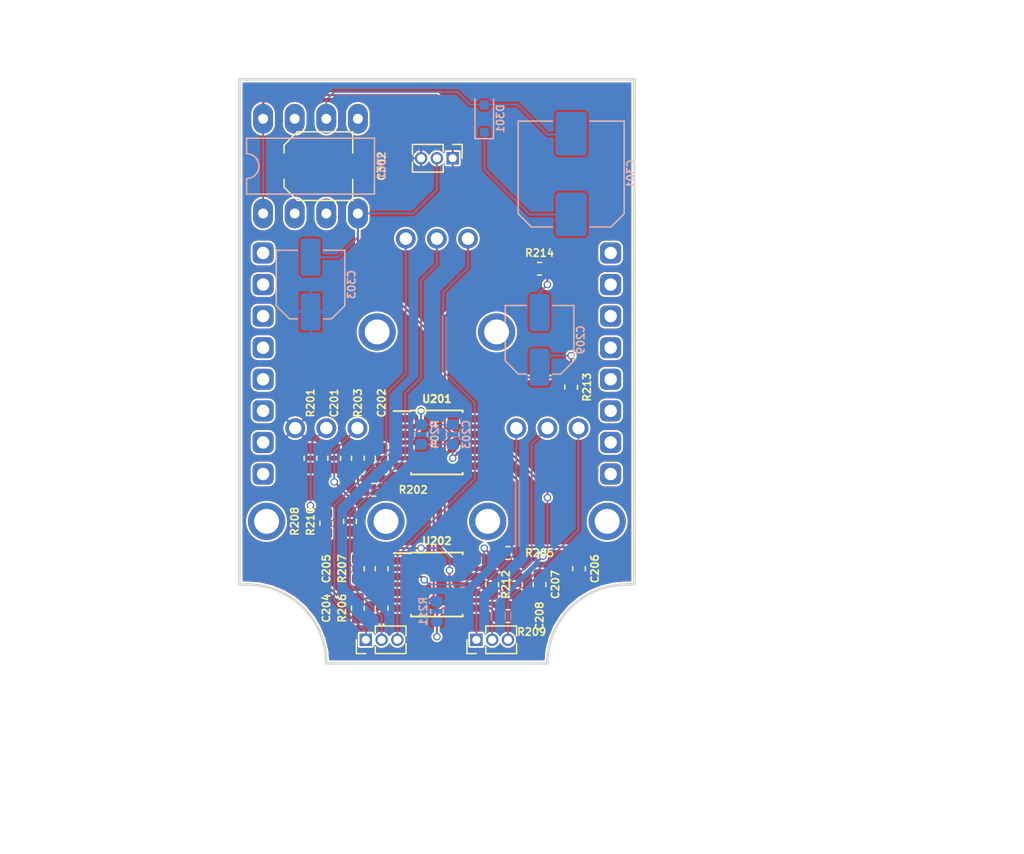
<source format=kicad_pcb>
(kicad_pcb (version 20171130) (host pcbnew "(5.0.2)-1")
  (layers (0 F.Cu signal) (31 B.Cu signal) (34 B.Paste user) (35 F.Paste user) (36 B.SilkS user) (37 F.SilkS user) (38 B.Mask user) (39 F.Mask user) (44 Edge.Cuts user))
  (net 0 "")
  (net 1 GND)
  (net 2 "Net-(C201-Pad1)")
  (net 3 "/Main Section/FX_IN")
  (net 4 "Net-(C203-Pad1)")
  (net 5 "Net-(C203-Pad2)")
  (net 6 "Net-(C205-Pad2)")
  (net 7 "Net-(C204-Pad1)")
  (net 8 "/Main Section/LDR_IN")
  (net 9 "Net-(R208-Pad2)")
  (net 10 "Net-(R210-Pad2)")
  (net 11 "Net-(C207-Pad1)")
  (net 12 "Net-(R209-Pad1)")
  (net 13 "Net-(C208-Pad1)")
  (net 14 "Net-(C209-Pad2)")
  (net 15 "/Main Section/FX_OUT")
  (net 16 "Net-(C206-Pad1)")
  (net 17 "Net-(C202-Pad1)")
  (net 18 VEE)
  (net 19 VDD)
  (net 20 "Net-(U201-Pad8)")
  (net 21 "Net-(U201-Pad5)")
  (net 22 "Net-(U201-Pad1)")
  (net 23 "Net-(C302-Pad1)")
  (net 24 "Net-(J301-Pad6)")
  (net 25 "Net-(C301-Pad2)")
  (net 26 "Net-(J301-Pad7)")
  (net 27 "Net-(C302-Pad2)")
  (net 28 VCC)
  (net 29 "/Main Section/LDR_OUT")
  (net 30 "Net-(J202-Pad1)")
  (net 31 "Net-(J202-Pad2)")
  (net 32 "Net-(J202-Pad3)")
  (net 33 "Net-(J202-Pad4)")
  (net 34 "Net-(J202-Pad5)")
  (net 35 "Net-(J202-Pad6)")
  (net 36 "Net-(J202-Pad7)")
  (net 37 "Net-(J202-Pad8)")
  (net 38 "Net-(J201-Pad8)")
  (net 39 "Net-(J201-Pad7)")
  (net 40 "Net-(J201-Pad6)")
  (net 41 "Net-(J201-Pad5)")
  (net 42 "Net-(J201-Pad4)")
  (net 43 "Net-(J201-Pad3)")
  (net 44 "Net-(J201-Pad2)")
  (net 45 "Net-(J201-Pad1)")
  (net 46 "Net-(J203-Pad2)")
  (net 47 "Net-(J203-Pad3)")
  (net 48 "Net-(J203-Pad1)")
  (net 49 "Net-(J204-Pad1)")
  (net 50 "Net-(J204-Pad3)")
  (net 51 "Net-(J204-Pad2)")
  (module Connector_PinHeader_1.27mm:PinHeader_1x03_P1.27mm_Vertical (layer F.Cu) (at 118.11 64.135 270)
    (fp_text reference J208 hide)
    (fp_text value Conn_01x03)
    (fp_line (start -1.11 3.235) (end -0.30753 3.235) (layer F.SilkS) (width 0.12))
    (fp_line (start 0.30753 3.235) (end 1.11 3.235) (layer F.SilkS) (width 0.12))
    (fp_line (start -1.11 0.76) (end -1.11 3.235) (layer F.SilkS) (width 0.12))
    (fp_line (start 1.11 0.76) (end 1.11 3.235) (layer F.SilkS) (width 0.12))
    (fp_line (start -1.11 0.76) (end -0.563471 0.76) (layer F.SilkS) (width 0.12))
    (fp_line (start 0.563471 0.76) (end 1.11 0.76) (layer F.SilkS) (width 0.12))
    (fp_line (start -1.11 0) (end -1.11 -0.76) (layer F.SilkS) (width 0.12))
    (fp_line (start -1.11 -0.76) (end 0 -0.76) (layer F.SilkS) (width 0.12))
    (pad 1 thru_hole rect (at 0 0 270) (size 1 1) (drill 0.65) (layers *.Cu *.Mask) (net 19 VDD))
    (pad 2 thru_hole oval (at 0 1.27 270) (size 1 1) (drill 0.65) (layers *.Cu *.Mask) (net 18 VEE))
    (pad 3 thru_hole oval (at 0 2.54 270) (size 1 1) (drill 0.65) (layers *.Cu *.Mask) (net 1 GND))
  )
  (module Connector_PinHeader_1.27mm:PinHeader_1x03_P1.27mm_Vertical (layer F.Cu) (at 111.125 102.87 90)
    (fp_text reference J204 hide)
    (fp_text value Conn_01x03)
    (fp_line (start -1.11 -0.76) (end 0 -0.76) (layer F.SilkS) (width 0.12))
    (fp_line (start -1.11 0) (end -1.11 -0.76) (layer F.SilkS) (width 0.12))
    (fp_line (start 0.563471 0.76) (end 1.11 0.76) (layer F.SilkS) (width 0.12))
    (fp_line (start -1.11 0.76) (end -0.563471 0.76) (layer F.SilkS) (width 0.12))
    (fp_line (start 1.11 0.76) (end 1.11 3.235) (layer F.SilkS) (width 0.12))
    (fp_line (start -1.11 0.76) (end -1.11 3.235) (layer F.SilkS) (width 0.12))
    (fp_line (start 0.30753 3.235) (end 1.11 3.235) (layer F.SilkS) (width 0.12))
    (fp_line (start -1.11 3.235) (end -0.30753 3.235) (layer F.SilkS) (width 0.12))
    (pad 3 thru_hole oval (at 0 2.54 90) (size 1 1) (drill 0.65) (layers *.Cu *.Mask) (net 50 "Net-(J204-Pad3)"))
    (pad 2 thru_hole oval (at 0 1.27 90) (size 1 1) (drill 0.65) (layers *.Cu *.Mask) (net 51 "Net-(J204-Pad2)"))
    (pad 1 thru_hole rect (at 0 0 90) (size 1 1) (drill 0.65) (layers *.Cu *.Mask) (net 49 "Net-(J204-Pad1)"))
  )
  (module Connector_PinHeader_1.27mm:PinHeader_1x03_P1.27mm_Vertical (layer F.Cu) (at 120.015 102.87 90)
    (fp_text reference J203 hide)
    (fp_text value Conn_01x03)
    (fp_line (start -1.11 3.235) (end -0.30753 3.235) (layer F.SilkS) (width 0.12))
    (fp_line (start 0.30753 3.235) (end 1.11 3.235) (layer F.SilkS) (width 0.12))
    (fp_line (start -1.11 0.76) (end -1.11 3.235) (layer F.SilkS) (width 0.12))
    (fp_line (start 1.11 0.76) (end 1.11 3.235) (layer F.SilkS) (width 0.12))
    (fp_line (start -1.11 0.76) (end -0.563471 0.76) (layer F.SilkS) (width 0.12))
    (fp_line (start 0.563471 0.76) (end 1.11 0.76) (layer F.SilkS) (width 0.12))
    (fp_line (start -1.11 0) (end -1.11 -0.76) (layer F.SilkS) (width 0.12))
    (fp_line (start -1.11 -0.76) (end 0 -0.76) (layer F.SilkS) (width 0.12))
    (pad 1 thru_hole rect (at 0 0 90) (size 1 1) (drill 0.65) (layers *.Cu *.Mask) (net 48 "Net-(J203-Pad1)"))
    (pad 2 thru_hole oval (at 0 1.27 90) (size 1 1) (drill 0.65) (layers *.Cu *.Mask) (net 46 "Net-(J203-Pad2)"))
    (pad 3 thru_hole oval (at 0 2.54 90) (size 1 1) (drill 0.65) (layers *.Cu *.Mask) (net 47 "Net-(J203-Pad3)"))
  )
  (module SA_Packages:DIP-8_W7.62mm_Socketed (layer B.Cu) (at 106.68 64.77 270)
    (fp_text reference J301 (at 0 -5.715 90) (layer B.SilkS) (effects (font (size 0.6 0.6) (thickness 0.127)) (justify mirror)))
    (fp_text value 1044)
    (fp_line (start 2.25 5.14) (end 1 5.14) (layer B.SilkS) (width 0.12))
    (fp_line (start 2.25 -5.14) (end 2.25 5.14) (layer B.SilkS) (width 0.12))
    (fp_line (start -2.25 -5.14) (end 2.25 -5.14) (layer B.SilkS) (width 0.12))
    (fp_line (start -2.25 5.14) (end -2.25 -5.14) (layer B.SilkS) (width 0.12))
    (fp_line (start -1 5.14) (end -2.25 5.14) (layer B.SilkS) (width 0.12))
    (fp_arc (start 0 5.14) (end -1 5.14) (angle 180) (layer B.SilkS) (width 0.12))
    (pad 8 thru_hole oval (at 3.81 3.81 270) (size 2.4 1.6) (drill 0.8) (layers *.Cu *.Mask) (net 19 VDD))
    (pad 4 thru_hole oval (at -3.81 -3.81 270) (size 2.4 1.6) (drill 0.8) (layers *.Cu *.Mask) (net 27 "Net-(C302-Pad2)"))
    (pad 7 thru_hole oval (at 3.81 1.27 270) (size 2.4 1.6) (drill 0.8) (layers *.Cu *.Mask) (net 26 "Net-(J301-Pad7)"))
    (pad 3 thru_hole oval (at -3.81 -1.27 270) (size 2.4 1.6) (drill 0.8) (layers *.Cu *.Mask) (net 25 "Net-(C301-Pad2)"))
    (pad 6 thru_hole oval (at 3.81 -1.27 270) (size 2.4 1.6) (drill 0.8) (layers *.Cu *.Mask) (net 24 "Net-(J301-Pad6)"))
    (pad 2 thru_hole oval (at -3.81 1.27 270) (size 2.4 1.6) (drill 0.8) (layers *.Cu *.Mask) (net 23 "Net-(C302-Pad1)"))
    (pad 5 thru_hole oval (at 3.81 -3.81 270) (size 2.4 1.6) (drill 0.8) (layers *.Cu *.Mask) (net 18 VEE))
    (pad 1 thru_hole oval (at -3.81 3.81 270) (size 2.4 1.6) (drill 0.8) (layers *.Cu *.Mask) (net 19 VDD))
  )
  (module SA_Potentiometers_THT:Alpha_Taiwan_RD901F-40 (layer B.Cu) (at 116.84 78.105)
    (fp_text reference RV203)
    (fp_text value B10k)
    (pad 1 thru_hole circle (at -2.5 -7.5) (size 1.6 1.6) (drill 1) (layers *.Cu *.Mask) (net 49 "Net-(J204-Pad1)"))
    (pad 3 thru_hole circle (at 2.5 -7.5) (size 1.6 1.6) (drill 1) (layers *.Cu *.Mask) (net 50 "Net-(J204-Pad3)"))
    (pad 2 thru_hole circle (at 0 -7.5) (size 1.6 1.6) (drill 1) (layers *.Cu *.Mask) (net 51 "Net-(J204-Pad2)"))
    (pad MH thru_hole circle (at 4.8 0) (size 3 3) (drill 2) (layers *.Cu *.Mask))
    (pad MH thru_hole circle (at -4.8 0) (size 3 3) (drill 2) (layers *.Cu *.Mask))
  )
  (module SA_Potentiometers_THT:Alpha_Taiwan_RD901F-40 (layer B.Cu) (at 125.73 93.345)
    (fp_text reference RV202)
    (fp_text value A25k)
    (pad 1 thru_hole circle (at -2.5 -7.5) (size 1.6 1.6) (drill 1) (layers *.Cu *.Mask) (net 48 "Net-(J203-Pad1)"))
    (pad 3 thru_hole circle (at 2.5 -7.5) (size 1.6 1.6) (drill 1) (layers *.Cu *.Mask) (net 47 "Net-(J203-Pad3)"))
    (pad 2 thru_hole circle (at 0 -7.5) (size 1.6 1.6) (drill 1) (layers *.Cu *.Mask) (net 46 "Net-(J203-Pad2)"))
    (pad MH thru_hole circle (at 4.8 0) (size 3 3) (drill 2) (layers *.Cu *.Mask))
    (pad MH thru_hole circle (at -4.8 0) (size 3 3) (drill 2) (layers *.Cu *.Mask))
  )
  (module SA_Connectors_Pin_Headers_THT:PinHeader_1x08_P2.54mm_Vertical_Top (layer F.Cu) (at 102.87 71.755)
    (fp_text reference J201 hide)
    (fp_text value Conn_01x08)
    (pad 8 thru_hole roundrect (at 0 17.78) (size 1.7 1.7) (drill 1) (layers *.Cu *.Mask) (net 38 "Net-(J201-Pad8)"))
    (pad 7 thru_hole roundrect (at 0 15.24) (size 1.7 1.7) (drill 1) (layers *.Cu *.Mask) (net 39 "Net-(J201-Pad7)"))
    (pad 6 thru_hole roundrect (at 0 12.7) (size 1.7 1.7) (drill 1) (layers *.Cu *.Mask) (net 40 "Net-(J201-Pad6)"))
    (pad 5 thru_hole roundrect (at 0 10.16) (size 1.7 1.7) (drill 1) (layers *.Cu *.Mask) (net 41 "Net-(J201-Pad5)"))
    (pad 4 thru_hole roundrect (at 0 7.62) (size 1.7 1.7) (drill 1) (layers *.Cu *.Mask) (net 42 "Net-(J201-Pad4)"))
    (pad 3 thru_hole roundrect (at 0 5.08) (size 1.7 1.7) (drill 1) (layers *.Cu *.Mask) (net 43 "Net-(J201-Pad3)"))
    (pad 2 thru_hole roundrect (at 0 2.54) (size 1.7 1.7) (drill 1) (layers *.Cu *.Mask) (net 44 "Net-(J201-Pad2)"))
    (pad 1 thru_hole roundrect (at 0 0) (size 1.7 1.7) (drill 1) (layers *.Cu *.Mask) (net 45 "Net-(J201-Pad1)"))
  )
  (module SA_Connectors_Pin_Headers_THT:PinHeader_1x08_P2.54mm_Vertical_Top (layer F.Cu) (at 130.81 71.755)
    (fp_text reference J202 hide)
    (fp_text value Conn_01x08)
    (pad 8 thru_hole roundrect (at 0 17.78) (size 1.7 1.7) (drill 1) (layers *.Cu *.Mask) (net 37 "Net-(J202-Pad8)"))
    (pad 7 thru_hole roundrect (at 0 15.24) (size 1.7 1.7) (drill 1) (layers *.Cu *.Mask) (net 36 "Net-(J202-Pad7)"))
    (pad 6 thru_hole roundrect (at 0 12.7) (size 1.7 1.7) (drill 1) (layers *.Cu *.Mask) (net 35 "Net-(J202-Pad6)"))
    (pad 5 thru_hole roundrect (at 0 10.16) (size 1.7 1.7) (drill 1) (layers *.Cu *.Mask) (net 34 "Net-(J202-Pad5)"))
    (pad 4 thru_hole roundrect (at 0 7.62) (size 1.7 1.7) (drill 1) (layers *.Cu *.Mask) (net 33 "Net-(J202-Pad4)"))
    (pad 3 thru_hole roundrect (at 0 5.08) (size 1.7 1.7) (drill 1) (layers *.Cu *.Mask) (net 32 "Net-(J202-Pad3)"))
    (pad 2 thru_hole roundrect (at 0 2.54) (size 1.7 1.7) (drill 1) (layers *.Cu *.Mask) (net 31 "Net-(J202-Pad2)"))
    (pad 1 thru_hole roundrect (at 0 0) (size 1.7 1.7) (drill 1) (layers *.Cu *.Mask) (net 30 "Net-(J202-Pad1)"))
  )
  (module SA_Capacitors_SMD:C_0603_1608M (layer F.Cu) (at 108.585 88.265 90)
    (fp_text reference C201 (at 4.445 0 90) (layer F.SilkS) (effects (font (size 0.6 0.6) (thickness 0.127))))
    (fp_text value 100n)
    (fp_line (start -0.162779 0.51) (end 0.162779 0.51) (layer F.SilkS) (width 0.12))
    (fp_line (start -0.162779 -0.51) (end 0.162779 -0.51) (layer F.SilkS) (width 0.12))
    (pad 2 smd roundrect (at 0.7875 0 90) (size 0.875 0.95) (layers F.Cu F.Paste F.Mask) (net 3 "/Main Section/FX_IN"))
    (pad 1 smd roundrect (at -0.7875 0 90) (size 0.875 0.95) (layers F.Cu F.Paste F.Mask) (net 2 "Net-(C201-Pad1)"))
  )
  (module SA_Capacitors_SMD:C_0603_1608M (layer F.Cu) (at 112.395 88.265 270)
    (fp_text reference C202 (at -4.445 0 270) (layer F.SilkS) (effects (font (size 0.6 0.6) (thickness 0.127))))
    (fp_text value 47p)
    (fp_line (start -0.162779 0.51) (end 0.162779 0.51) (layer F.SilkS) (width 0.12))
    (fp_line (start -0.162779 -0.51) (end 0.162779 -0.51) (layer F.SilkS) (width 0.12))
    (pad 2 smd roundrect (at 0.7875 0 270) (size 0.875 0.95) (layers F.Cu F.Paste F.Mask) (net 1 GND))
    (pad 1 smd roundrect (at -0.7875 0 270) (size 0.875 0.95) (layers F.Cu F.Paste F.Mask) (net 17 "Net-(C202-Pad1)"))
  )
  (module SA_Capacitors_SMD:C_0603_1608M (layer B.Cu) (at 118.11 86.36 90)
    (fp_text reference C203 (at 0 1.1 90) (layer B.SilkS) (effects (font (size 0.6 0.6) (thickness 0.127)) (justify mirror)))
    (fp_text value 100n)
    (fp_line (start -0.162779 -0.51) (end 0.162779 -0.51) (layer B.SilkS) (width 0.12))
    (fp_line (start -0.162779 0.51) (end 0.162779 0.51) (layer B.SilkS) (width 0.12))
    (pad 2 smd roundrect (at 0.7875 0 90) (size 0.875 0.95) (layers B.Cu B.Paste B.Mask) (net 5 "Net-(C203-Pad2)"))
    (pad 1 smd roundrect (at -0.7875 0 90) (size 0.875 0.95) (layers B.Cu B.Paste B.Mask) (net 4 "Net-(C203-Pad1)"))
  )
  (module SA_Capacitors_SMD:C_0603_1608M (layer F.Cu) (at 110.49 100.33 270)
    (fp_text reference C204 (at 0 2.54 270) (layer F.SilkS) (effects (font (size 0.6 0.6) (thickness 0.127))))
    (fp_text value 3n3)
    (fp_line (start -0.162779 0.51) (end 0.162779 0.51) (layer F.SilkS) (width 0.12))
    (fp_line (start -0.162779 -0.51) (end 0.162779 -0.51) (layer F.SilkS) (width 0.12))
    (pad 2 smd roundrect (at 0.7875 0 270) (size 0.875 0.95) (layers F.Cu F.Paste F.Mask) (net 1 GND))
    (pad 1 smd roundrect (at -0.7875 0 270) (size 0.875 0.95) (layers F.Cu F.Paste F.Mask) (net 7 "Net-(C204-Pad1)"))
  )
  (module SA_Capacitors_SMD:C_0603_1608M (layer F.Cu) (at 110.49 97.155 270)
    (fp_text reference C205 (at 0 2.54 270) (layer F.SilkS) (effects (font (size 0.6 0.6) (thickness 0.127))))
    (fp_text value 1n)
    (fp_line (start -0.162779 0.51) (end 0.162779 0.51) (layer F.SilkS) (width 0.12))
    (fp_line (start -0.162779 -0.51) (end 0.162779 -0.51) (layer F.SilkS) (width 0.12))
    (pad 2 smd roundrect (at 0.7875 0 270) (size 0.875 0.95) (layers F.Cu F.Paste F.Mask) (net 6 "Net-(C205-Pad2)"))
    (pad 1 smd roundrect (at -0.7875 0 270) (size 0.875 0.95) (layers F.Cu F.Paste F.Mask) (net 8 "/Main Section/LDR_IN"))
  )
  (module SA_Capacitors_SMD:C_0603_1608M (layer F.Cu) (at 128.27 97.155 90)
    (fp_text reference C206 (at 0 1.27 90) (layer F.SilkS) (effects (font (size 0.6 0.6) (thickness 0.127))))
    (fp_text value 1u)
    (fp_line (start -0.162779 0.51) (end 0.162779 0.51) (layer F.SilkS) (width 0.12))
    (fp_line (start -0.162779 -0.51) (end 0.162779 -0.51) (layer F.SilkS) (width 0.12))
    (pad 2 smd roundrect (at 0.7875 0 90) (size 0.875 0.95) (layers F.Cu F.Paste F.Mask) (net 4 "Net-(C203-Pad1)"))
    (pad 1 smd roundrect (at -0.7875 0 90) (size 0.875 0.95) (layers F.Cu F.Paste F.Mask) (net 16 "Net-(C206-Pad1)"))
  )
  (module SA_Capacitors_SMD:C_0603_1608M (layer F.Cu) (at 125.095 98.425 90)
    (fp_text reference C207 (at 0 1.27 90) (layer F.SilkS) (effects (font (size 0.6 0.6) (thickness 0.127))))
    (fp_text value 470n)
    (fp_line (start -0.162779 0.51) (end 0.162779 0.51) (layer F.SilkS) (width 0.12))
    (fp_line (start -0.162779 -0.51) (end 0.162779 -0.51) (layer F.SilkS) (width 0.12))
    (pad 2 smd roundrect (at 0.7875 0 90) (size 0.875 0.95) (layers F.Cu F.Paste F.Mask) (net 29 "/Main Section/LDR_OUT"))
    (pad 1 smd roundrect (at -0.7875 0 90) (size 0.875 0.95) (layers F.Cu F.Paste F.Mask) (net 11 "Net-(C207-Pad1)"))
  )
  (module SA_Capacitors_SMD:C_0603_1608M (layer F.Cu) (at 123.19 98.425 270)
    (fp_text reference C208 (at 2.54 -1.905 270) (layer F.SilkS) (effects (font (size 0.6 0.6) (thickness 0.127))))
    (fp_text value 820p)
    (fp_line (start -0.162779 0.51) (end 0.162779 0.51) (layer F.SilkS) (width 0.12))
    (fp_line (start -0.162779 -0.51) (end 0.162779 -0.51) (layer F.SilkS) (width 0.12))
    (pad 2 smd roundrect (at 0.7875 0 270) (size 0.875 0.95) (layers F.Cu F.Paste F.Mask) (net 11 "Net-(C207-Pad1)"))
    (pad 1 smd roundrect (at -0.7875 0 270) (size 0.875 0.95) (layers F.Cu F.Paste F.Mask) (net 13 "Net-(C208-Pad1)"))
  )
  (module SA_Capacitors_SMD:Nichicon_UWT1E221MNL1GS_220uF_25V_8.0x10.0mm (layer B.Cu) (at 127.635 65.405 90)
    (fp_text reference C301 (at 0 4.8 90) (layer B.SilkS) (effects (font (size 0.6 0.6) (thickness 0.127)) (justify mirror)))
    (fp_text value 220u)
    (fp_line (start -4.26 -3.195563) (end -3.195563 -4.26) (layer B.SilkS) (width 0.12))
    (fp_line (start -4.26 3.195563) (end -3.195563 4.26) (layer B.SilkS) (width 0.12))
    (fp_line (start -4.26 3.195563) (end -4.26 1.51) (layer B.SilkS) (width 0.12))
    (fp_line (start -4.26 -3.195563) (end -4.26 -1.51) (layer B.SilkS) (width 0.12))
    (fp_line (start -3.195563 -4.26) (end 4.26 -4.26) (layer B.SilkS) (width 0.12))
    (fp_line (start -3.195563 4.26) (end 4.26 4.26) (layer B.SilkS) (width 0.12))
    (fp_line (start 4.26 4.26) (end 4.26 1.51) (layer B.SilkS) (width 0.12))
    (fp_line (start 4.26 -4.26) (end 4.26 -1.51) (layer B.SilkS) (width 0.12))
    (pad 2 smd roundrect (at 3.25 0 90) (size 3.5 2.5) (layers B.Cu B.Paste B.Mask) (roundrect_rratio 0.1) (net 25 "Net-(C301-Pad2)"))
    (pad 1 smd roundrect (at -3.25 0 90) (size 3.5 2.5) (layers B.Cu B.Paste B.Mask) (roundrect_rratio 0.1) (net 28 VCC))
  )
  (module SA_Capacitors_SMD:Nichicon_UWT1V100MCL1GB_10uF_35V_5.0x5.4mm (layer B.Cu) (at 125.095 78.74 90)
    (fp_text reference C209 (at 0 3.3 90) (layer B.SilkS) (effects (font (size 0.6 0.6) (thickness 0.127)) (justify mirror)))
    (fp_text value 10u)
    (fp_line (start -2.76 -1.695563) (end -1.695563 -2.76) (layer B.SilkS) (width 0.12))
    (fp_line (start -2.76 1.695563) (end -1.695563 2.76) (layer B.SilkS) (width 0.12))
    (fp_line (start -2.76 1.695563) (end -2.76 1.06) (layer B.SilkS) (width 0.12))
    (fp_line (start -2.76 -1.695563) (end -2.76 -1.06) (layer B.SilkS) (width 0.12))
    (fp_line (start -1.695563 -2.76) (end 2.76 -2.76) (layer B.SilkS) (width 0.12))
    (fp_line (start -1.695563 2.76) (end 2.76 2.76) (layer B.SilkS) (width 0.12))
    (fp_line (start 2.76 2.76) (end 2.76 1.06) (layer B.SilkS) (width 0.12))
    (fp_line (start 2.76 -2.76) (end 2.76 -1.06) (layer B.SilkS) (width 0.12))
    (pad 2 smd roundrect (at 2.2 0 90) (size 3 1.6) (layers B.Cu B.Paste B.Mask) (roundrect_rratio 0.15625) (net 14 "Net-(C209-Pad2)"))
    (pad 1 smd roundrect (at -2.2 0 90) (size 3 1.6) (layers B.Cu B.Paste B.Mask) (roundrect_rratio 0.15625) (net 13 "Net-(C208-Pad1)"))
  )
  (module SA_Capacitors_SMD:Nichicon_UWT1V100MCL1GB_10uF_35V_5.0x5.4mm (layer F.Cu) (at 107.315 64.77)
    (fp_text reference C302 (at 5.08 0 90) (layer F.SilkS) (effects (font (size 0.6 0.6) (thickness 0.127))))
    (fp_text value 10u)
    (fp_line (start -2.76 1.695563) (end -1.695563 2.76) (layer F.SilkS) (width 0.12))
    (fp_line (start -2.76 -1.695563) (end -1.695563 -2.76) (layer F.SilkS) (width 0.12))
    (fp_line (start -2.76 -1.695563) (end -2.76 -1.06) (layer F.SilkS) (width 0.12))
    (fp_line (start -2.76 1.695563) (end -2.76 1.06) (layer F.SilkS) (width 0.12))
    (fp_line (start -1.695563 2.76) (end 2.76 2.76) (layer F.SilkS) (width 0.12))
    (fp_line (start -1.695563 -2.76) (end 2.76 -2.76) (layer F.SilkS) (width 0.12))
    (fp_line (start 2.76 -2.76) (end 2.76 -1.06) (layer F.SilkS) (width 0.12))
    (fp_line (start 2.76 2.76) (end 2.76 1.06) (layer F.SilkS) (width 0.12))
    (pad 2 smd roundrect (at 2.2 0) (size 3 1.6) (layers F.Cu F.Paste F.Mask) (roundrect_rratio 0.15625) (net 27 "Net-(C302-Pad2)"))
    (pad 1 smd roundrect (at -2.2 0) (size 3 1.6) (layers F.Cu F.Paste F.Mask) (roundrect_rratio 0.15625) (net 23 "Net-(C302-Pad1)"))
  )
  (module SA_Capacitors_SMD:Nichicon_UWT1V100MCL1GB_10uF_35V_5.0x5.4mm (layer B.Cu) (at 106.68 74.295 90)
    (fp_text reference C303 (at 0 3.3 90) (layer B.SilkS) (effects (font (size 0.6 0.6) (thickness 0.127)) (justify mirror)))
    (fp_text value 10u)
    (fp_line (start -2.76 -1.695563) (end -1.695563 -2.76) (layer B.SilkS) (width 0.12))
    (fp_line (start -2.76 1.695563) (end -1.695563 2.76) (layer B.SilkS) (width 0.12))
    (fp_line (start -2.76 1.695563) (end -2.76 1.06) (layer B.SilkS) (width 0.12))
    (fp_line (start -2.76 -1.695563) (end -2.76 -1.06) (layer B.SilkS) (width 0.12))
    (fp_line (start -1.695563 -2.76) (end 2.76 -2.76) (layer B.SilkS) (width 0.12))
    (fp_line (start -1.695563 2.76) (end 2.76 2.76) (layer B.SilkS) (width 0.12))
    (fp_line (start 2.76 2.76) (end 2.76 1.06) (layer B.SilkS) (width 0.12))
    (fp_line (start 2.76 -2.76) (end 2.76 -1.06) (layer B.SilkS) (width 0.12))
    (pad 2 smd roundrect (at 2.2 0 90) (size 3 1.6) (layers B.Cu B.Paste B.Mask) (roundrect_rratio 0.15625) (net 18 VEE))
    (pad 1 smd roundrect (at -2.2 0 90) (size 3 1.6) (layers B.Cu B.Paste B.Mask) (roundrect_rratio 0.15625) (net 1 GND))
  )
  (module SA_Diodes_SMD:ON_Semi_1N4148WS_SOD-323F-2 (layer B.Cu) (at 120.65 60.96 90)
    (fp_text reference D301 (at 0 1.3 90) (layer B.SilkS) (effects (font (size 0.6 0.6) (thickness 0.127)) (justify mirror)))
    (fp_text value 1N4001)
    (fp_line (start -1.6 0.75) (end -1.6 -0.75) (layer B.SilkS) (width 0.12))
    (fp_line (start -1.6 -0.75) (end 1.6 -0.75) (layer B.SilkS) (width 0.12))
    (fp_line (start -1.6 0.75) (end 1.6 0.75) (layer B.SilkS) (width 0.12))
    (pad 1 smd roundrect (at -1.1 0 90) (size 0.75 0.75) (layers B.Cu B.Paste B.Mask) (net 28 VCC))
    (pad 2 smd roundrect (at 1.1 0 90) (size 0.75 0.75) (layers B.Cu B.Paste B.Mask) (net 25 "Net-(C301-Pad2)"))
  )
  (module SA_Packages:SOIC-8_3.9x4.9mm_P1.27mm (layer F.Cu) (at 116.84 86.995)
    (fp_text reference U201 (at 0 -3.5) (layer F.SilkS) (effects (font (size 0.6 0.6))))
    (fp_text value TL071)
    (fp_line (start -2.075 -2.525) (end -3.475 -2.525) (layer F.SilkS) (width 0.15))
    (fp_line (start -2.075 2.575) (end 2.075 2.575) (layer F.SilkS) (width 0.15))
    (fp_line (start -2.075 -2.575) (end 2.075 -2.575) (layer F.SilkS) (width 0.15))
    (fp_line (start -2.075 2.575) (end -2.075 2.43) (layer F.SilkS) (width 0.15))
    (fp_line (start 2.075 2.575) (end 2.075 2.43) (layer F.SilkS) (width 0.15))
    (fp_line (start 2.075 -2.575) (end 2.075 -2.43) (layer F.SilkS) (width 0.15))
    (fp_line (start -2.075 -2.575) (end -2.075 -2.525) (layer F.SilkS) (width 0.15))
    (pad 8 smd rect (at 2.7 -1.905) (size 1.55 0.6) (layers F.Cu F.Paste F.Mask) (net 20 "Net-(U201-Pad8)"))
    (pad 7 smd rect (at 2.7 -0.635) (size 1.55 0.6) (layers F.Cu F.Paste F.Mask) (net 19 VDD))
    (pad 6 smd rect (at 2.7 0.635) (size 1.55 0.6) (layers F.Cu F.Paste F.Mask) (net 4 "Net-(C203-Pad1)"))
    (pad 5 smd rect (at 2.7 1.905) (size 1.55 0.6) (layers F.Cu F.Paste F.Mask) (net 21 "Net-(U201-Pad5)"))
    (pad 4 smd rect (at -2.7 1.905) (size 1.55 0.6) (layers F.Cu F.Paste F.Mask) (net 18 VEE))
    (pad 3 smd rect (at -2.7 0.635) (size 1.55 0.6) (layers F.Cu F.Paste F.Mask) (net 17 "Net-(C202-Pad1)"))
    (pad 2 smd rect (at -2.7 -0.635) (size 1.55 0.6) (layers F.Cu F.Paste F.Mask) (net 5 "Net-(C203-Pad2)"))
    (pad 1 smd rect (at -2.7 -1.905) (size 1.55 0.6) (layers F.Cu F.Paste F.Mask) (net 22 "Net-(U201-Pad1)"))
  )
  (module SA_Packages:SOIC-8_3.9x4.9mm_P1.27mm (layer F.Cu) (at 116.84 98.425)
    (fp_text reference U202 (at 0 -3.5) (layer F.SilkS) (effects (font (size 0.6 0.6))))
    (fp_text value TL072)
    (fp_line (start -2.075 -2.525) (end -3.475 -2.525) (layer F.SilkS) (width 0.15))
    (fp_line (start -2.075 2.575) (end 2.075 2.575) (layer F.SilkS) (width 0.15))
    (fp_line (start -2.075 -2.575) (end 2.075 -2.575) (layer F.SilkS) (width 0.15))
    (fp_line (start -2.075 2.575) (end -2.075 2.43) (layer F.SilkS) (width 0.15))
    (fp_line (start 2.075 2.575) (end 2.075 2.43) (layer F.SilkS) (width 0.15))
    (fp_line (start 2.075 -2.575) (end 2.075 -2.43) (layer F.SilkS) (width 0.15))
    (fp_line (start -2.075 -2.575) (end -2.075 -2.525) (layer F.SilkS) (width 0.15))
    (pad 8 smd rect (at 2.7 -1.905) (size 1.55 0.6) (layers F.Cu F.Paste F.Mask) (net 19 VDD))
    (pad 7 smd rect (at 2.7 -0.635) (size 1.55 0.6) (layers F.Cu F.Paste F.Mask) (net 13 "Net-(C208-Pad1)"))
    (pad 6 smd rect (at 2.7 0.635) (size 1.55 0.6) (layers F.Cu F.Paste F.Mask) (net 11 "Net-(C207-Pad1)"))
    (pad 5 smd rect (at 2.7 1.905) (size 1.55 0.6) (layers F.Cu F.Paste F.Mask) (net 12 "Net-(R209-Pad1)"))
    (pad 4 smd rect (at -2.7 1.905) (size 1.55 0.6) (layers F.Cu F.Paste F.Mask) (net 18 VEE))
    (pad 3 smd rect (at -2.7 0.635) (size 1.55 0.6) (layers F.Cu F.Paste F.Mask) (net 7 "Net-(C204-Pad1)"))
    (pad 2 smd rect (at -2.7 -0.635) (size 1.55 0.6) (layers F.Cu F.Paste F.Mask) (net 6 "Net-(C205-Pad2)"))
    (pad 1 smd rect (at -2.7 -1.905) (size 1.55 0.6) (layers F.Cu F.Paste F.Mask) (net 8 "/Main Section/LDR_IN"))
  )
  (module SA_Potentiometers_THT:Alpha_Taiwan_RD901F-40 (layer B.Cu) (at 107.95 93.345)
    (fp_text reference RV201)
    (fp_text value A10k)
    (pad 1 thru_hole circle (at -2.5 -7.5) (size 1.6 1.6) (drill 1) (layers *.Cu *.Mask) (net 1 GND))
    (pad 3 thru_hole circle (at 2.5 -7.5) (size 1.6 1.6) (drill 1) (layers *.Cu *.Mask) (net 10 "Net-(R210-Pad2)"))
    (pad 2 thru_hole circle (at 0 -7.5) (size 1.6 1.6) (drill 1) (layers *.Cu *.Mask) (net 9 "Net-(R208-Pad2)"))
    (pad MH thru_hole circle (at 4.8 0) (size 3 3) (drill 2) (layers *.Cu *.Mask))
    (pad MH thru_hole circle (at -4.8 0) (size 3 3) (drill 2) (layers *.Cu *.Mask))
  )
  (module SA_Resistors_SMD:R_0603_1608M (layer F.Cu) (at 110.49 88.265 270)
    (fp_text reference R203 (at -4.445 0 270) (layer F.SilkS) (effects (font (size 0.6 0.6) (thickness 0.127))))
    (fp_text value 3k9)
    (fp_line (start -0.162779 0.51) (end 0.162779 0.51) (layer F.SilkS) (width 0.12))
    (fp_line (start -0.162779 -0.51) (end 0.162779 -0.51) (layer F.SilkS) (width 0.12))
    (pad 2 smd roundrect (at 0.7875 0 270) (size 0.875 0.95) (layers F.Cu F.Paste F.Mask) (net 2 "Net-(C201-Pad1)"))
    (pad 1 smd roundrect (at -0.7875 0 270) (size 0.875 0.95) (layers F.Cu F.Paste F.Mask) (net 17 "Net-(C202-Pad1)"))
  )
  (module SA_Resistors_SMD:R_0603_1608M (layer F.Cu) (at 122.555 100.965)
    (fp_text reference R209 (at 1.905 1.27) (layer F.SilkS) (effects (font (size 0.6 0.6) (thickness 0.127))))
    (fp_text value 10k)
    (fp_line (start -0.162779 0.51) (end 0.162779 0.51) (layer F.SilkS) (width 0.12))
    (fp_line (start -0.162779 -0.51) (end 0.162779 -0.51) (layer F.SilkS) (width 0.12))
    (pad 2 smd roundrect (at 0.7875 0) (size 0.875 0.95) (layers F.Cu F.Paste F.Mask) (net 16 "Net-(C206-Pad1)"))
    (pad 1 smd roundrect (at -0.7875 0) (size 0.875 0.95) (layers F.Cu F.Paste F.Mask) (net 12 "Net-(R209-Pad1)"))
  )
  (module SA_Resistors_SMD:R_0603_1608M (layer F.Cu) (at 125.095 73.025)
    (fp_text reference R214 (at 0 -1.27) (layer F.SilkS) (effects (font (size 0.6 0.6) (thickness 0.127))))
    (fp_text value 560R)
    (fp_line (start -0.162779 0.51) (end 0.162779 0.51) (layer F.SilkS) (width 0.12))
    (fp_line (start -0.162779 -0.51) (end 0.162779 -0.51) (layer F.SilkS) (width 0.12))
    (pad 2 smd roundrect (at 0.7875 0) (size 0.875 0.95) (layers F.Cu F.Paste F.Mask) (net 14 "Net-(C209-Pad2)"))
    (pad 1 smd roundrect (at -0.7875 0) (size 0.875 0.95) (layers F.Cu F.Paste F.Mask) (net 15 "/Main Section/FX_OUT"))
  )
  (module SA_Resistors_SMD:R_0603_1608M (layer F.Cu) (at 127.635 82.55 270)
    (fp_text reference R213 (at 0 -1.27 270) (layer F.SilkS) (effects (font (size 0.6 0.6) (thickness 0.127))))
    (fp_text value 18k)
    (fp_line (start -0.162779 0.51) (end 0.162779 0.51) (layer F.SilkS) (width 0.12))
    (fp_line (start -0.162779 -0.51) (end 0.162779 -0.51) (layer F.SilkS) (width 0.12))
    (pad 2 smd roundrect (at 0.7875 0 270) (size 0.875 0.95) (layers F.Cu F.Paste F.Mask) (net 1 GND))
    (pad 1 smd roundrect (at -0.7875 0 270) (size 0.875 0.95) (layers F.Cu F.Paste F.Mask) (net 13 "Net-(C208-Pad1)"))
  )
  (module SA_Resistors_SMD:R_0603_1608M (layer F.Cu) (at 121.285 98.425 270)
    (fp_text reference R212 (at 0 -1.1 270) (layer F.SilkS) (effects (font (size 0.6 0.6) (thickness 0.127))))
    (fp_text value 8k2)
    (fp_line (start -0.162779 0.51) (end 0.162779 0.51) (layer F.SilkS) (width 0.12))
    (fp_line (start -0.162779 -0.51) (end 0.162779 -0.51) (layer F.SilkS) (width 0.12))
    (pad 2 smd roundrect (at 0.7875 0 270) (size 0.875 0.95) (layers F.Cu F.Paste F.Mask) (net 11 "Net-(C207-Pad1)"))
    (pad 1 smd roundrect (at -0.7875 0 270) (size 0.875 0.95) (layers F.Cu F.Paste F.Mask) (net 13 "Net-(C208-Pad1)"))
  )
  (module SA_Resistors_SMD:R_0603_1608M (layer B.Cu) (at 116.84 100.584 270)
    (fp_text reference R211 (at 0 1.1 270) (layer B.SilkS) (effects (font (size 0.6 0.6) (thickness 0.127)) (justify mirror)))
    (fp_text value 8k2)
    (fp_line (start -0.162779 -0.51) (end 0.162779 -0.51) (layer B.SilkS) (width 0.12))
    (fp_line (start -0.162779 0.51) (end 0.162779 0.51) (layer B.SilkS) (width 0.12))
    (pad 2 smd roundrect (at 0.7875 0 270) (size 0.875 0.95) (layers B.Cu B.Paste B.Mask) (net 12 "Net-(R209-Pad1)"))
    (pad 1 smd roundrect (at -0.7875 0 270) (size 0.875 0.95) (layers B.Cu B.Paste B.Mask) (net 1 GND))
  )
  (module SA_Resistors_SMD:R_0603_1608M (layer F.Cu) (at 109.855 93.345 90)
    (fp_text reference R210 (at 0 -3.175 90) (layer F.SilkS) (effects (font (size 0.6 0.6) (thickness 0.127))))
    (fp_text value 10k)
    (fp_line (start -0.162779 0.51) (end 0.162779 0.51) (layer F.SilkS) (width 0.12))
    (fp_line (start -0.162779 -0.51) (end 0.162779 -0.51) (layer F.SilkS) (width 0.12))
    (pad 2 smd roundrect (at 0.7875 0 90) (size 0.875 0.95) (layers F.Cu F.Paste F.Mask) (net 10 "Net-(R210-Pad2)"))
    (pad 1 smd roundrect (at -0.7875 0 90) (size 0.875 0.95) (layers F.Cu F.Paste F.Mask) (net 11 "Net-(C207-Pad1)"))
  )
  (module SA_Resistors_SMD:R_0603_1608M (layer F.Cu) (at 107.95 93.4975 90)
    (fp_text reference R208 (at 0.1525 -2.54 90) (layer F.SilkS) (effects (font (size 0.6 0.6) (thickness 0.127))))
    (fp_text value 8k2)
    (fp_line (start -0.162779 0.51) (end 0.162779 0.51) (layer F.SilkS) (width 0.12))
    (fp_line (start -0.162779 -0.51) (end 0.162779 -0.51) (layer F.SilkS) (width 0.12))
    (pad 2 smd roundrect (at 0.7875 0 90) (size 0.875 0.95) (layers F.Cu F.Paste F.Mask) (net 9 "Net-(R208-Pad2)"))
    (pad 1 smd roundrect (at -0.7875 0 90) (size 0.875 0.95) (layers F.Cu F.Paste F.Mask) (net 7 "Net-(C204-Pad1)"))
  )
  (module SA_Resistors_SMD:R_0603_1608M (layer F.Cu) (at 112.395 97.155 270)
    (fp_text reference R207 (at 0 3.175 270) (layer F.SilkS) (effects (font (size 0.6 0.6) (thickness 0.127))))
    (fp_text value 4k7)
    (fp_line (start -0.162779 0.51) (end 0.162779 0.51) (layer F.SilkS) (width 0.12))
    (fp_line (start -0.162779 -0.51) (end 0.162779 -0.51) (layer F.SilkS) (width 0.12))
    (pad 2 smd roundrect (at 0.7875 0 270) (size 0.875 0.95) (layers F.Cu F.Paste F.Mask) (net 6 "Net-(C205-Pad2)"))
    (pad 1 smd roundrect (at -0.7875 0 270) (size 0.875 0.95) (layers F.Cu F.Paste F.Mask) (net 8 "/Main Section/LDR_IN"))
  )
  (module SA_Resistors_SMD:R_0603_1608M (layer F.Cu) (at 112.395 100.33 90)
    (fp_text reference R206 (at 0 -3.175 90) (layer F.SilkS) (effects (font (size 0.6 0.6) (thickness 0.127))))
    (fp_text value 4k7)
    (fp_line (start -0.162779 0.51) (end 0.162779 0.51) (layer F.SilkS) (width 0.12))
    (fp_line (start -0.162779 -0.51) (end 0.162779 -0.51) (layer F.SilkS) (width 0.12))
    (pad 2 smd roundrect (at 0.7875 0 90) (size 0.875 0.95) (layers F.Cu F.Paste F.Mask) (net 7 "Net-(C204-Pad1)"))
    (pad 1 smd roundrect (at -0.7875 0 90) (size 0.875 0.95) (layers F.Cu F.Paste F.Mask) (net 1 GND))
  )
  (module SA_Resistors_SMD:R_0603_1608M (layer F.Cu) (at 122.555 95.885)
    (fp_text reference R205 (at 2.54 0) (layer F.SilkS) (effects (font (size 0.6 0.6) (thickness 0.127))))
    (fp_text value 4k7)
    (fp_line (start -0.162779 0.51) (end 0.162779 0.51) (layer F.SilkS) (width 0.12))
    (fp_line (start -0.162779 -0.51) (end 0.162779 -0.51) (layer F.SilkS) (width 0.12))
    (pad 2 smd roundrect (at 0.7875 0) (size 0.875 0.95) (layers F.Cu F.Paste F.Mask) (net 4 "Net-(C203-Pad1)"))
    (pad 1 smd roundrect (at -0.7875 0) (size 0.875 0.95) (layers F.Cu F.Paste F.Mask) (net 6 "Net-(C205-Pad2)"))
  )
  (module SA_Resistors_SMD:R_0603_1608M (layer B.Cu) (at 115.57 86.36 90)
    (fp_text reference R204 (at 0 1.1 90) (layer B.SilkS) (effects (font (size 0.6 0.6) (thickness 0.127)) (justify mirror)))
    (fp_text value 390k)
    (fp_line (start -0.162779 -0.51) (end 0.162779 -0.51) (layer B.SilkS) (width 0.12))
    (fp_line (start -0.162779 0.51) (end 0.162779 0.51) (layer B.SilkS) (width 0.12))
    (pad 2 smd roundrect (at 0.7875 0 90) (size 0.875 0.95) (layers B.Cu B.Paste B.Mask) (net 5 "Net-(C203-Pad2)"))
    (pad 1 smd roundrect (at -0.7875 0 90) (size 0.875 0.95) (layers B.Cu B.Paste B.Mask) (net 4 "Net-(C203-Pad1)"))
  )
  (module SA_Resistors_SMD:R_0603_1608M (layer F.Cu) (at 106.68 88.265 270)
    (fp_text reference R201 (at -4.445 0 270) (layer F.SilkS) (effects (font (size 0.6 0.6) (thickness 0.127))))
    (fp_text value RPD_IN)
    (fp_line (start -0.162779 0.51) (end 0.162779 0.51) (layer F.SilkS) (width 0.12))
    (fp_line (start -0.162779 -0.51) (end 0.162779 -0.51) (layer F.SilkS) (width 0.12))
    (pad 2 smd roundrect (at 0.7875 0 270) (size 0.875 0.95) (layers F.Cu F.Paste F.Mask) (net 1 GND))
    (pad 1 smd roundrect (at -0.7875 0 270) (size 0.875 0.95) (layers F.Cu F.Paste F.Mask) (net 3 "/Main Section/FX_IN"))
  )
  (module SA_Resistors_SMD:R_0603_1608M (layer F.Cu) (at 111.76 90.805)
    (fp_text reference R202 (at 3.175 0) (layer F.SilkS) (effects (font (size 0.6 0.6) (thickness 0.127))))
    (fp_text value 390k)
    (fp_line (start -0.162779 0.51) (end 0.162779 0.51) (layer F.SilkS) (width 0.12))
    (fp_line (start -0.162779 -0.51) (end 0.162779 -0.51) (layer F.SilkS) (width 0.12))
    (pad 2 smd roundrect (at 0.7875 0) (size 0.875 0.95) (layers F.Cu F.Paste F.Mask) (net 1 GND))
    (pad 1 smd roundrect (at -0.7875 0) (size 0.875 0.95) (layers F.Cu F.Paste F.Mask) (net 2 "Net-(C201-Pad1)"))
  )
  (gr_line (start 101.6 98.425) (end 100.965 98.425) (layer Edge.Cuts) (width 0.2))
  (gr_line (start 132.08 98.425) (end 132.715 98.425) (layer Edge.Cuts) (width 0.2))
  (gr_arc (start 101.6 104.775) (end 107.95 104.775) (angle -90) (layer Edge.Cuts) (width 0.2))
  (gr_arc (start 132.08 104.775) (end 132.08 98.425) (angle -90) (layer Edge.Cuts) (width 0.2))
  (gr_line (start 132.715 57.785) (end 132.715 98.425) (layer Edge.Cuts) (width 0.2))
  (gr_line (start 100.965 57.785) (end 132.715 57.785) (layer Edge.Cuts) (width 0.2))
  (gr_line (start 107.95 104.775) (end 125.73 104.775) (layer Edge.Cuts) (width 0.2))
  (gr_line (start 100.965 57.785) (end 100.965 98.425) (layer Edge.Cuts) (width 0.2))
  (segment (start 110.49 90.3225) (end 110.9725 90.805) (width 0.1524) (layer F.Cu) (net 2))
  (segment (start 110.49 89.0525) (end 110.49 90.3225) (width 0.1524) (layer F.Cu) (net 2))
  (segment (start 110.49 89.0525) (end 108.585 89.0525) (width 0.1524) (layer F.Cu) (net 2))
  (segment (start 108.585 87.4775) (end 106.68 87.4775) (width 0.1524) (layer F.Cu) (net 3))
  (segment (start 117.535 87.1475) (end 115.57 87.1475) (width 0.1524) (layer B.Cu) (net 4))
  (segment (start 118.11 87.1475) (end 117.535 87.1475) (width 0.1524) (layer B.Cu) (net 4))
  (via (at 118.11 88.265) (size 0.6) (drill 0.4) (layers F.Cu B.Cu) (net 4))
  (segment (start 118.11 87.1475) (end 118.11 88.265) (width 0.1524) (layer B.Cu) (net 4))
  (segment (start 118.11 88.265) (end 118.745 87.63) (width 0.1524) (layer F.Cu) (net 4))
  (segment (start 118.745 87.63) (end 119.54 87.63) (width 0.1524) (layer F.Cu) (net 4))
  (segment (start 123.3425 95.885) (end 123.3425 90.0685) (width 0.1524) (layer F.Cu) (net 4))
  (segment (start 120.904 87.63) (end 119.54 87.63) (width 0.1524) (layer F.Cu) (net 4))
  (segment (start 123.3425 90.0685) (end 120.904 87.63) (width 0.1524) (layer F.Cu) (net 4))
  (segment (start 123.804112 95.423388) (end 123.3425 95.885) (width 0.1524) (layer F.Cu) (net 4))
  (segment (start 127.325888 95.423388) (end 123.804112 95.423388) (width 0.1524) (layer F.Cu) (net 4))
  (segment (start 128.27 96.3675) (end 127.325888 95.423388) (width 0.1524) (layer F.Cu) (net 4))
  (segment (start 117.535 85.5725) (end 115.57 85.5725) (width 0.1524) (layer B.Cu) (net 5))
  (segment (start 118.11 85.5725) (end 117.535 85.5725) (width 0.1524) (layer B.Cu) (net 5))
  (via (at 115.57 84.455) (size 0.6) (drill 0.4) (layers F.Cu B.Cu) (net 5))
  (segment (start 115.57 85.5725) (end 115.57 84.455) (width 0.1524) (layer B.Cu) (net 5))
  (segment (start 115.57 84.455) (end 115.57 85.725) (width 0.1524) (layer F.Cu) (net 5))
  (segment (start 115.57 85.725) (end 114.935 86.36) (width 0.1524) (layer F.Cu) (net 5))
  (segment (start 114.935 86.36) (end 114.14 86.36) (width 0.1524) (layer F.Cu) (net 5))
  (segment (start 112.5475 97.79) (end 112.395 97.9425) (width 0.1524) (layer F.Cu) (net 6))
  (segment (start 114.14 97.79) (end 112.5475 97.79) (width 0.1524) (layer F.Cu) (net 6))
  (segment (start 112.395 97.9425) (end 110.49 97.9425) (width 0.1524) (layer F.Cu) (net 6))
  (via (at 120.65 95.504) (size 0.6) (drill 0.4) (layers F.Cu B.Cu) (net 6))
  (segment (start 121.7675 95.885) (end 121.031 95.885) (width 0.1524) (layer F.Cu) (net 6))
  (segment (start 121.031 95.885) (end 120.65 95.504) (width 0.1524) (layer F.Cu) (net 6))
  (via (at 115.824 98.044) (size 0.6) (drill 0.4) (layers F.Cu B.Cu) (net 6))
  (segment (start 115.824 98.044) (end 115.57 97.79) (width 0.1524) (layer F.Cu) (net 6))
  (segment (start 115.57 97.79) (end 114.14 97.79) (width 0.1524) (layer F.Cu) (net 6))
  (segment (start 120.65 95.504) (end 120.65 96.774) (width 0.1524) (layer B.Cu) (net 6))
  (segment (start 116.205 98.425) (end 115.824 98.044) (width 0.1524) (layer B.Cu) (net 6))
  (segment (start 118.999 98.425) (end 116.205 98.425) (width 0.1524) (layer B.Cu) (net 6))
  (segment (start 120.65 96.774) (end 118.999 98.425) (width 0.1524) (layer B.Cu) (net 6))
  (segment (start 112.8775 99.06) (end 112.395 99.5425) (width 0.1524) (layer F.Cu) (net 7))
  (segment (start 114.14 99.06) (end 112.8775 99.06) (width 0.1524) (layer F.Cu) (net 7))
  (segment (start 112.395 99.5425) (end 110.49 99.5425) (width 0.1524) (layer F.Cu) (net 7))
  (segment (start 107.95 98.425) (end 107.95 94.285) (width 0.1524) (layer F.Cu) (net 7))
  (segment (start 110.49 99.5425) (end 109.0675 99.5425) (width 0.1524) (layer F.Cu) (net 7))
  (segment (start 109.0675 99.5425) (end 107.95 98.425) (width 0.1524) (layer F.Cu) (net 7))
  (segment (start 112.5475 96.52) (end 112.395 96.3675) (width 0.1524) (layer F.Cu) (net 8))
  (segment (start 114.14 96.52) (end 112.5475 96.52) (width 0.1524) (layer F.Cu) (net 8))
  (segment (start 112.395 96.3675) (end 110.49 96.3675) (width 0.1524) (layer F.Cu) (net 8))
  (via (at 106.68 92.075) (size 0.6) (drill 0.4) (layers F.Cu B.Cu) (net 9))
  (segment (start 106.68 87.115) (end 106.68 91.650736) (width 0.1524) (layer B.Cu) (net 9))
  (segment (start 106.68 91.650736) (end 106.68 92.075) (width 0.1524) (layer B.Cu) (net 9))
  (segment (start 106.979999 92.374999) (end 106.68 92.075) (width 0.1524) (layer F.Cu) (net 9))
  (segment (start 107.315 92.71) (end 106.979999 92.374999) (width 0.1524) (layer F.Cu) (net 9))
  (segment (start 107.95 85.845) (end 106.68 87.115) (width 0.1524) (layer B.Cu) (net 9))
  (segment (start 107.95 92.71) (end 107.315 92.71) (width 0.1524) (layer F.Cu) (net 9))
  (segment (start 109.855 91.44) (end 108.884999 90.469999) (width 0.1524) (layer F.Cu) (net 10))
  (segment (start 108.884999 90.469999) (end 108.585 90.17) (width 0.1524) (layer F.Cu) (net 10))
  (segment (start 109.855 92.5575) (end 109.855 91.44) (width 0.1524) (layer F.Cu) (net 10))
  (segment (start 108.585 89.745736) (end 108.585 90.17) (width 0.1524) (layer B.Cu) (net 10))
  (segment (start 108.585 87.71) (end 108.585 89.745736) (width 0.1524) (layer B.Cu) (net 10))
  (via (at 108.585 90.17) (size 0.6) (drill 0.4) (layers F.Cu B.Cu) (net 10))
  (segment (start 110.45 85.845) (end 108.585 87.71) (width 0.1524) (layer B.Cu) (net 10))
  (segment (start 121.1325 99.06) (end 121.285 99.2125) (width 0.1524) (layer F.Cu) (net 11))
  (segment (start 119.54 99.06) (end 121.1325 99.06) (width 0.1524) (layer F.Cu) (net 11))
  (segment (start 121.285 99.2125) (end 123.19 99.2125) (width 0.1524) (layer F.Cu) (net 11))
  (segment (start 125.095 99.2125) (end 123.19 99.2125) (width 0.1524) (layer F.Cu) (net 11))
  (via (at 115.57 95.504) (size 0.6) (drill 0.4) (layers F.Cu B.Cu) (net 11))
  (via (at 117.856 97.282) (size 0.6) (drill 0.4) (layers F.Cu B.Cu) (net 11))
  (segment (start 117.856 97.706264) (end 117.856 97.282) (width 0.1524) (layer F.Cu) (net 11))
  (segment (start 117.856 98.552) (end 117.856 97.706264) (width 0.1524) (layer F.Cu) (net 11))
  (segment (start 119.54 99.06) (end 118.364 99.06) (width 0.1524) (layer F.Cu) (net 11))
  (segment (start 118.364 99.06) (end 117.856 98.552) (width 0.1524) (layer F.Cu) (net 11))
  (segment (start 111.2265 95.504) (end 109.855 94.1325) (width 0.1524) (layer F.Cu) (net 11))
  (segment (start 115.57 95.504) (end 111.2265 95.504) (width 0.1524) (layer F.Cu) (net 11))
  (segment (start 117.856 96.266) (end 117.856 97.282) (width 0.1524) (layer B.Cu) (net 11))
  (segment (start 115.57 95.504) (end 117.094 95.504) (width 0.1524) (layer B.Cu) (net 11))
  (segment (start 117.094 95.504) (end 117.856 96.266) (width 0.1524) (layer B.Cu) (net 11))
  (segment (start 121.1325 100.33) (end 121.7675 100.965) (width 0.1524) (layer F.Cu) (net 12))
  (segment (start 119.54 100.33) (end 121.1325 100.33) (width 0.1524) (layer F.Cu) (net 12))
  (segment (start 119.54 100.33) (end 117.348 100.33) (width 0.1524) (layer F.Cu) (net 12))
  (segment (start 117.348 100.33) (end 116.84 100.838) (width 0.1524) (layer F.Cu) (net 12))
  (via (at 116.84 102.616) (size 0.6) (drill 0.4) (layers F.Cu B.Cu) (net 12))
  (segment (start 116.84 100.838) (end 116.84 102.616) (width 0.1524) (layer F.Cu) (net 12))
  (segment (start 116.84 102.616) (end 116.84 101.3715) (width 0.1524) (layer B.Cu) (net 12))
  (segment (start 121.285 97.6375) (end 123.19 97.6375) (width 0.1524) (layer F.Cu) (net 13))
  (segment (start 121.1325 97.79) (end 121.285 97.6375) (width 0.1524) (layer F.Cu) (net 13))
  (segment (start 119.54 97.79) (end 121.1325 97.79) (width 0.1524) (layer F.Cu) (net 13))
  (segment (start 127.635 81.7625) (end 127.635 80.645) (width 0.1524) (layer F.Cu) (net 13))
  (via (at 127.635 80.01) (size 0.6) (drill 0.4) (layers F.Cu B.Cu) (net 13))
  (segment (start 127.635 80.645) (end 127.635 80.01) (width 0.1524) (layer F.Cu) (net 13))
  (segment (start 126.025 80.01) (end 125.095 80.94) (width 0.1524) (layer B.Cu) (net 13))
  (segment (start 127.635 80.01) (end 126.025 80.01) (width 0.1524) (layer B.Cu) (net 13))
  (via (at 125.73 91.44) (size 0.6) (drill 0.4) (layers F.Cu B.Cu) (net 13))
  (segment (start 125.73 90.805) (end 125.73 91.44) (width 0.1524) (layer F.Cu) (net 13))
  (segment (start 121.269999 86.344999) (end 125.73 90.805) (width 0.1524) (layer F.Cu) (net 13))
  (segment (start 121.269999 83.200001) (end 121.269999 86.344999) (width 0.1524) (layer F.Cu) (net 13))
  (segment (start 127.635 81.7625) (end 122.7075 81.7625) (width 0.1524) (layer F.Cu) (net 13))
  (segment (start 122.7075 81.7625) (end 121.269999 83.200001) (width 0.1524) (layer F.Cu) (net 13))
  (via (at 125.356216 96.146216) (size 0.6) (drill 0.4) (layers F.Cu B.Cu) (net 13))
  (segment (start 123.864932 97.6375) (end 125.056217 96.446215) (width 0.1524) (layer F.Cu) (net 13))
  (segment (start 125.656215 95.846217) (end 125.356216 96.146216) (width 0.1524) (layer B.Cu) (net 13))
  (segment (start 125.73 95.772432) (end 125.656215 95.846217) (width 0.1524) (layer B.Cu) (net 13))
  (segment (start 125.73 91.44) (end 125.73 95.772432) (width 0.1524) (layer B.Cu) (net 13))
  (segment (start 125.056217 96.446215) (end 125.356216 96.146216) (width 0.1524) (layer F.Cu) (net 13))
  (segment (start 123.19 97.6375) (end 123.864932 97.6375) (width 0.1524) (layer F.Cu) (net 13))
  (via (at 125.73 74.295) (size 0.6) (drill 0.4) (layers F.Cu B.Cu) (net 14))
  (segment (start 125.095 76.54) (end 125.095 74.93) (width 0.1524) (layer B.Cu) (net 14))
  (segment (start 125.095 74.93) (end 125.73 74.295) (width 0.1524) (layer B.Cu) (net 14))
  (segment (start 125.73 73.1775) (end 125.8825 73.025) (width 0.1524) (layer F.Cu) (net 14))
  (segment (start 125.73 74.295) (end 125.73 73.1775) (width 0.1524) (layer F.Cu) (net 14))
  (segment (start 125.2475 100.965) (end 123.3425 100.965) (width 0.1524) (layer F.Cu) (net 16))
  (segment (start 128.27 97.9425) (end 125.2475 100.965) (width 0.1524) (layer F.Cu) (net 16))
  (segment (start 112.5475 87.63) (end 112.395 87.4775) (width 0.1524) (layer F.Cu) (net 17))
  (segment (start 114.14 87.63) (end 112.5475 87.63) (width 0.1524) (layer F.Cu) (net 17))
  (segment (start 112.395 87.4775) (end 110.49 87.4775) (width 0.1524) (layer F.Cu) (net 17))
  (segment (start 114.14 88.9) (end 115.57 88.9) (width 0.1524) (layer F.Cu) (net 18))
  (segment (start 114.14 88.9) (end 114.615 88.9) (width 0.1524) (layer F.Cu) (net 18))
  (segment (start 114.615 88.9) (end 115.57 88.9) (width 0.1524) (layer F.Cu) (net 18))
  (segment (start 115.57 100.33) (end 114.14 100.33) (width 0.1524) (layer F.Cu) (net 18))
  (segment (start 116.586 99.314) (end 115.57 100.33) (width 0.1524) (layer F.Cu) (net 18))
  (segment (start 115.57 88.9) (end 116.586 89.916) (width 0.1524) (layer F.Cu) (net 18))
  (segment (start 116.586 89.916) (end 116.586 99.314) (width 0.1524) (layer F.Cu) (net 18))
  (segment (start 108.88 72.095) (end 106.68 72.095) (width 0.1524) (layer B.Cu) (net 18))
  (segment (start 110.49 68.58) (end 110.49 70.485) (width 0.1524) (layer B.Cu) (net 18))
  (segment (start 110.49 70.485) (end 108.88 72.095) (width 0.1524) (layer B.Cu) (net 18))
  (segment (start 110.49 72.39) (end 110.49 68.58) (width 0.1524) (layer F.Cu) (net 18))
  (segment (start 116.586 78.486) (end 110.49 72.39) (width 0.1524) (layer F.Cu) (net 18))
  (segment (start 115.57 88.9) (end 116.586 87.884) (width 0.1524) (layer F.Cu) (net 18))
  (segment (start 116.586 87.884) (end 116.586 78.486) (width 0.1524) (layer F.Cu) (net 18))
  (segment (start 110.49 68.58) (end 114.935 68.58) (width 0.1524) (layer B.Cu) (net 18))
  (segment (start 114.935 68.58) (end 116.84 66.675) (width 0.1524) (layer B.Cu) (net 18))
  (segment (start 116.84 66.675) (end 116.84 64.135) (width 0.1524) (layer B.Cu) (net 18))
  (segment (start 119.54 86.36) (end 118.11 86.36) (width 0.1524) (layer F.Cu) (net 19))
  (segment (start 117.475 86.995) (end 118.11 86.36) (width 0.1524) (layer F.Cu) (net 19))
  (segment (start 117.475 95.377) (end 117.475 86.995) (width 0.1524) (layer F.Cu) (net 19))
  (segment (start 119.54 96.52) (end 118.618 96.52) (width 0.1524) (layer F.Cu) (net 19))
  (segment (start 118.618 96.52) (end 117.475 95.377) (width 0.1524) (layer F.Cu) (net 19))
  (segment (start 102.87 60.96) (end 102.87 68.58) (width 0.1524) (layer B.Cu) (net 19))
  (segment (start 119.54 86.36) (end 119.065 86.36) (width 0.1524) (layer F.Cu) (net 19))
  (segment (start 119.065 86.36) (end 118.11 86.36) (width 0.1524) (layer F.Cu) (net 19))
  (segment (start 118.11 66.675) (end 118.11 64.135) (width 0.1524) (layer F.Cu) (net 19))
  (segment (start 118.11 86.36) (end 117.475 85.725) (width 0.1524) (layer F.Cu) (net 19))
  (segment (start 117.475 76.835) (end 121.285 73.025) (width 0.1524) (layer F.Cu) (net 19))
  (segment (start 117.475 85.725) (end 117.475 76.835) (width 0.1524) (layer F.Cu) (net 19))
  (segment (start 121.285 73.025) (end 121.285 68.58) (width 0.1524) (layer F.Cu) (net 19))
  (segment (start 119.38 67.945) (end 118.11 66.675) (width 0.1524) (layer F.Cu) (net 19))
  (segment (start 121.285 68.58) (end 120.65 67.945) (width 0.1524) (layer F.Cu) (net 19))
  (segment (start 120.65 67.945) (end 119.38 67.945) (width 0.1524) (layer F.Cu) (net 19))
  (segment (start 102.87 59.69) (end 102.87 60.96) (width 0.1524) (layer F.Cu) (net 19))
  (segment (start 103.505 59.055) (end 102.87 59.69) (width 0.1524) (layer F.Cu) (net 19))
  (segment (start 116.84 59.055) (end 103.505 59.055) (width 0.1524) (layer F.Cu) (net 19))
  (segment (start 118.11 64.135) (end 118.11 60.325) (width 0.1524) (layer F.Cu) (net 19))
  (segment (start 118.11 60.325) (end 116.84 59.055) (width 0.1524) (layer F.Cu) (net 19))
  (segment (start 105.41 62.865) (end 105.41 60.96) (width 0.1524) (layer F.Cu) (net 23))
  (segment (start 105.115 64.77) (end 105.115 63.16) (width 0.1524) (layer F.Cu) (net 23))
  (segment (start 105.115 63.16) (end 105.41 62.865) (width 0.1524) (layer F.Cu) (net 23))
  (segment (start 120.693 59.817) (end 120.65 59.86) (width 0.1524) (layer B.Cu) (net 25))
  (segment (start 123.317 59.817) (end 120.693 59.817) (width 0.1524) (layer B.Cu) (net 25))
  (segment (start 125.73 62.23) (end 123.317 59.817) (width 0.1524) (layer B.Cu) (net 25))
  (segment (start 127.635 62.155) (end 127.635 62.23) (width 0.1524) (layer B.Cu) (net 25))
  (segment (start 127.635 62.23) (end 125.73 62.23) (width 0.1524) (layer B.Cu) (net 25))
  (segment (start 107.95 59.436) (end 107.95 60.96) (width 0.1524) (layer B.Cu) (net 25))
  (segment (start 108.585 58.801) (end 107.95 59.436) (width 0.1524) (layer B.Cu) (net 25))
  (segment (start 118.491 58.801) (end 108.585 58.801) (width 0.1524) (layer B.Cu) (net 25))
  (segment (start 119.507 59.817) (end 118.491 58.801) (width 0.1524) (layer B.Cu) (net 25))
  (segment (start 120.65 59.86) (end 120.607 59.817) (width 0.1524) (layer B.Cu) (net 25))
  (segment (start 120.607 59.817) (end 119.507 59.817) (width 0.1524) (layer B.Cu) (net 25))
  (segment (start 110.49 61.36) (end 110.49 60.96) (width 0.1524) (layer F.Cu) (net 27))
  (segment (start 109.515 62.335) (end 110.49 61.36) (width 0.1524) (layer F.Cu) (net 27))
  (segment (start 109.515 64.77) (end 109.515 62.335) (width 0.1524) (layer F.Cu) (net 27))
  (segment (start 120.65 65.024) (end 120.65 62.06) (width 0.1524) (layer B.Cu) (net 28))
  (segment (start 127.635 68.655) (end 124.281 68.655) (width 0.1524) (layer B.Cu) (net 28))
  (segment (start 124.281 68.655) (end 120.65 65.024) (width 0.1524) (layer B.Cu) (net 28))
  (segment (start 124.46 87.115) (end 125.73 85.845) (width 0.1524) (layer B.Cu) (net 46))
  (segment (start 124.46 96.52) (end 124.46 87.115) (width 0.1524) (layer B.Cu) (net 46))
  (segment (start 121.285 99.695) (end 124.46 96.52) (width 0.1524) (layer B.Cu) (net 46))
  (segment (start 121.285 99.695) (end 121.285 102.87) (width 0.1524) (layer B.Cu) (net 46))
  (segment (start 122.555 99.695) (end 128.23 94.02) (width 0.1524) (layer B.Cu) (net 47))
  (segment (start 122.555 102.87) (end 122.555 99.695) (width 0.1524) (layer B.Cu) (net 47))
  (segment (start 128.23 94.02) (end 128.23 85.845) (width 0.1524) (layer B.Cu) (net 47))
  (segment (start 120.015 100.965) (end 120.015 102.87) (width 0.1524) (layer B.Cu) (net 48))
  (segment (start 120.015 99.06) (end 120.015 100.965) (width 0.1524) (layer B.Cu) (net 48))
  (segment (start 123.23 85.845) (end 123.23 95.845) (width 0.1524) (layer B.Cu) (net 48))
  (segment (start 123.23 95.845) (end 120.015 99.06) (width 0.1524) (layer B.Cu) (net 48))
  (segment (start 114.34 81.494) (end 112.776 83.058) (width 0.1524) (layer B.Cu) (net 49))
  (segment (start 112.776 83.058) (end 112.776 87.884) (width 0.1524) (layer B.Cu) (net 49))
  (segment (start 112.776 87.884) (end 108.585 92.075) (width 0.1524) (layer B.Cu) (net 49))
  (segment (start 108.585 92.075) (end 108.585 99.695) (width 0.1524) (layer B.Cu) (net 49))
  (segment (start 108.585 99.695) (end 109.855 100.965) (width 0.1524) (layer B.Cu) (net 49))
  (segment (start 114.34 71.755) (end 114.34 70.605) (width 0.1524) (layer B.Cu) (net 49))
  (segment (start 114.34 71.24) (end 114.34 71.755) (width 0.1524) (layer B.Cu) (net 49))
  (segment (start 114.34 71.755) (end 114.34 81.494) (width 0.1524) (layer B.Cu) (net 49))
  (segment (start 111.125 102.2176) (end 111.125 102.87) (width 0.1524) (layer B.Cu) (net 49))
  (segment (start 109.8724 100.965) (end 111.125 102.2176) (width 0.1524) (layer B.Cu) (net 49))
  (segment (start 109.855 100.965) (end 109.8724 100.965) (width 0.1524) (layer B.Cu) (net 49))
  (segment (start 119.34 71.755) (end 119.34 70.605) (width 0.1524) (layer B.Cu) (net 50))
  (segment (start 119.34 71.24) (end 119.34 71.755) (width 0.1524) (layer B.Cu) (net 50))
  (segment (start 113.665 100.965) (end 113.665 102.87) (width 0.1524) (layer B.Cu) (net 50))
  (segment (start 113.665 96.139) (end 113.665 100.965) (width 0.1524) (layer B.Cu) (net 50))
  (segment (start 119.34 72.938) (end 117.348 74.93) (width 0.1524) (layer B.Cu) (net 50))
  (segment (start 119.34 71.755) (end 119.34 72.938) (width 0.1524) (layer B.Cu) (net 50))
  (segment (start 117.348 74.93) (end 117.348 81.28) (width 0.1524) (layer B.Cu) (net 50))
  (segment (start 117.348 81.28) (end 119.888 83.82) (width 0.1524) (layer B.Cu) (net 50))
  (segment (start 119.888 83.82) (end 119.888 89.916) (width 0.1524) (layer B.Cu) (net 50))
  (segment (start 119.888 89.916) (end 113.665 96.139) (width 0.1524) (layer B.Cu) (net 50))
  (segment (start 109.855 92.71) (end 109.855 98.425) (width 0.1524) (layer B.Cu) (net 51))
  (segment (start 116.84 72.654213) (end 115.57 73.924213) (width 0.1524) (layer B.Cu) (net 51))
  (segment (start 109.855 98.425) (end 112.395 100.965) (width 0.1524) (layer B.Cu) (net 51))
  (segment (start 115.57 73.924213) (end 115.57 81.788) (width 0.1524) (layer B.Cu) (net 51))
  (segment (start 115.57 81.788) (end 114.3 83.058) (width 0.1524) (layer B.Cu) (net 51))
  (segment (start 114.3 83.058) (end 114.3 88.265) (width 0.1524) (layer B.Cu) (net 51))
  (segment (start 114.3 88.265) (end 109.855 92.71) (width 0.1524) (layer B.Cu) (net 51))
  (segment (start 116.84 71.755) (end 116.84 70.605) (width 0.1524) (layer B.Cu) (net 51))
  (segment (start 116.84 71.24) (end 116.84 71.755) (width 0.1524) (layer B.Cu) (net 51))
  (segment (start 116.84 71.755) (end 116.84 72.654213) (width 0.1524) (layer B.Cu) (net 51))
  (segment (start 112.395 100.965) (end 112.395 102.87) (width 0.1524) (layer B.Cu) (net 51))
  (zone (net 1) (net_name GND) (layer F.Cu) (connect_pads (clearance 0.1524)) (min_thickness 0.1524) (fill yes (arc_segments 32) (thermal_gap 0.1524) (thermal_bridge_width 0.1778))
    (polygon (pts (xy 100.965 57.785) (xy 132.715 57.785) (xy 132.715 104.775) (xy 100.965 104.775)))
  )
  (zone (net 1) (net_name GND) (layer B.Cu) (connect_pads (clearance 0.1524)) (min_thickness 0.1524) (fill yes (arc_segments 32) (thermal_gap 0.1524) (thermal_bridge_width 0.1778))
    (polygon (pts (xy 100.965 57.785) (xy 100.965 104.775) (xy 132.715 104.775) (xy 132.715 57.785)))
  )
)
</source>
